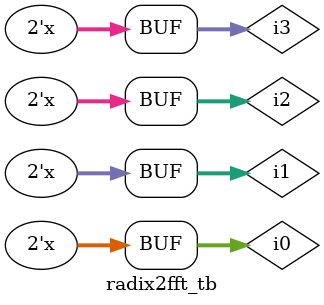
<source format=v>
`timescale 1ns / 1ps


module radix2fft_tb;

	// Inputs
	reg [1:0] i0;
	reg [1:0] i1;
	reg [1:0] i2;
	reg [1:0] i3;

	// Outputs
	wire [3:0] e;
	wire [3:0] ei;
	wire [3:0] f;
	wire [3:0] fi;
	wire [3:0] g;
	wire [3:0] gi;
	wire [3:0] h;
	wire [3:0] hi;

	// Instantiate the Unit Under Test (UUT)
	radix2fft uut (
		.i0(i0), 
		.i1(i1), 
		.i2(i2), 
		.i3(i3), 
		.e(e), 
		.ei(ei), 
		.f(f), 
		.fi(fi), 
		.g(g), 
		.gi(gi), 
		.h(h), 
		.hi(hi)
	);

	initial begin
		// Initialize Inputs
		i0 = 0;
		i1 = 0;
		i2 = 0;
		i3 = 0;

		end
		
		always #1 i0[0]=~i0[0];
		always #2 i0[1]=~i0[1];
		always #4 i1[0]=~i1[0];
		always #8 i1[1]=~i0[1];
      always #16 i2[0]=~i2[0];
		always #32 i2[1]=~i2[1];
		always #64 i3[0]=~i3[0];
		always #128 i3[1]=~i3[1];
		
endmodule

</source>
